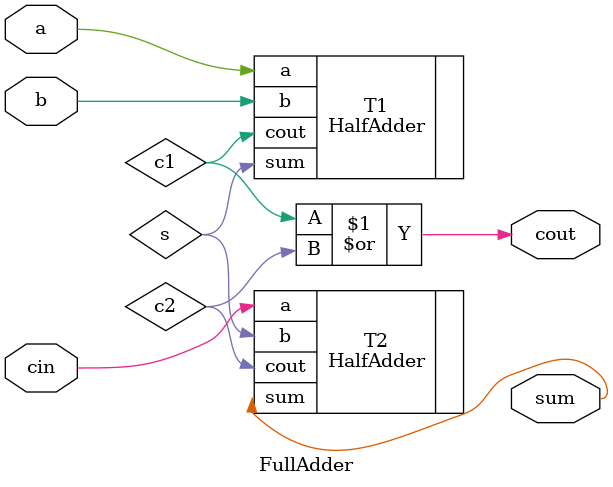
<source format=v>
`timescale 1ns / 1ps
module FullAdder(
    input a,
    input b,
    input cin,
    output sum,
    output cout
    );
	 
	 wire c1, c2, s;
	 
	 HalfAdder T1(.a(a), .b(b), .sum(s), .cout(c1));
	 HalfAdder T2(.a(cin), .b(s), .sum(sum), .cout(c2));
	 or(cout, c1, c2);
endmodule

</source>
